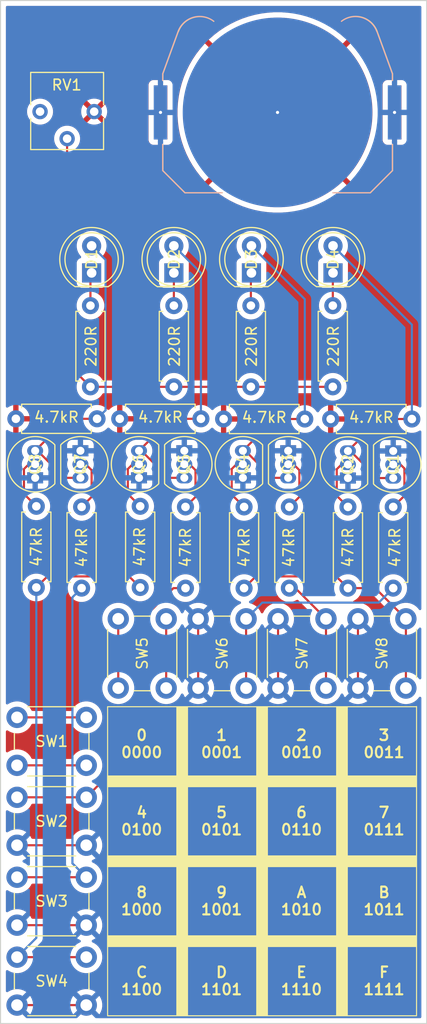
<source format=kicad_pcb>
(kicad_pcb (version 20241229) (generator "pcbnew") (generator_version "9.0")
  (layers (0 "F.Cu" signal) (2 "B.Cu" signal) (13 "F.Paste" user) (15 "B.Paste" user) (5 "F.SilkS" user "F.Silkscreen") (7 "B.SilkS" user "B.Silkscreen") (1 "F.Mask" user) (3 "B.Mask" user) (25 "Edge.Cuts" user))
  (net 0 "")
  (net 1 "GND")
  (net 2 "O1")
  (net 3 "O2")
  (net 4 "O4")
  (net 5 "Net-(D1-K)")
  (net 6 "Net-(Q1-B)")
  (net 7 "Net-(D2-K)")
  (net 8 "C2")
  (net 9 "Net-(D3-K)")
  (net 10 "O3")
  (net 11 "C3")
  (net 12 "C4")
  (net 13 "R2")
  (net 14 "R3")
  (net 15 "R4")
  (net 16 "Net-(D4-K)")
  (net 17 "Net-(Q2-B)")
  (net 18 "Net-(Q3-B)")
  (net 19 "Net-(Q4-B)")
  (net 20 "Net-(Q5-B)")
  (net 21 "Net-(Q6-B)")
  (net 22 "Net-(Q7-B)")
  (net 23 "Net-(Q8-B)")
  (net 24 "Net-(R12-Pad1)")
  (net 25 "unconnected-(SW1-Pad2)")
  (net 26 "unconnected-(SW1-Pad1)")
  (net 27 "unconnected-(SW5-Pad1)")
  (net 28 "unconnected-(SW5-Pad2)")
  (net 29 "VCC")
  (footprint "Resistor_THT:R_Axial_DIN0207_L6.3mm_D2.5mm_P7.62mm_Horizontal" (layer "F.Cu") (at 48.11 80.1275 90)
    (property "Reference" "R5" (hide yes))
    (property "Value" "47kR" (at 3.81 0 90) (layer "F.SilkS"))
    (fp_line (start 7.08 -1.37) (end 7.08 -1.04) (stroke (width 0.12)) (layer "F.SilkS"))
    (fp_line (start 0.54 -1.37) (end 7.08 -1.37) (stroke (width 0.12)) (layer "F.SilkS"))
    (fp_line (start 0.54 -1.04) (end 0.54 -1.37) (stroke (width 0.12)) (layer "F.SilkS"))
    (fp_line (start 0.54 1.04) (end 0.54 1.37) (stroke (width 0.12)) (layer "F.SilkS"))
    (fp_line (start 7.08 1.37) (end 7.08 1.04) (stroke (width 0.12)) (layer "F.SilkS"))
    (fp_line (start 0.54 1.37) (end 7.08 1.37) (stroke (width 0.12)) (layer "F.SilkS"))
    (pad "1" thru_hole circle (at 0 0 90) (size 1.6 1.6) (drill 0.8) (layers "*.Cu" "*.Mask") (net 12 "C4"))
    (pad "2" thru_hole oval (at 7.62 0 90) (size 1.6 1.6) (drill 0.8) (layers "*.Cu" "*.Mask") (net 19 "Net-(Q4-B)"))
  )
  (footprint "Package_TO_SOT_THT:TO-92_Inline" (layer "F.Cu") (at 38.25 69.7775 90)
    (property "Reference" "Q6" (at 1.27 0 90) (layer "F.SilkS"))
    (property "Value" "BC337" (hide yes))
    (fp_line (start -0.53 1.85) (end 3.07 1.85) (stroke (width 0.12)) (layer "F.SilkS"))
    (fp_arc (start 1.27 -2.6) (mid 3.672087 -0.994977) (end 3.108478 1.838478) (stroke (width 0.12)) (layer "F.SilkS"))
    (fp_arc (start -0.568478 1.838478) (mid -1.132087 -0.994977) (end 1.27 -2.6) (stroke (width 0.12)) (layer "F.SilkS"))
    (pad "1" thru_hole rect (at 0 0 90) (size 1.05 1.5) (drill 0.75) (layers "*.Cu" "*.Mask") (net 29 "VCC"))
    (pad "2" thru_hole oval (at 1.27 0 90) (size 1.05 1.5) (drill 0.75) (layers "*.Cu" "*.Mask") (net 21 "Net-(Q6-B)"))
    (pad "3" thru_hole oval (at 2.54 0 90) (size 1.05 1.5) (drill 0.75) (layers "*.Cu" "*.Mask") (net 3 "O2"))
  )
  (footprint "Package_TO_SOT_THT:TO-92_Inline" (layer "F.Cu") (at 28.5 69.7775 90)
    (property "Reference" "Q8" (at 1.27 0 90) (layer "F.SilkS"))
    (property "Value" "BC337" (hide yes))
    (fp_line (start -0.53 1.85) (end 3.07 1.85) (stroke (width 0.12)) (layer "F.SilkS"))
    (fp_arc (start 1.27 -2.6) (mid 3.672087 -0.994977) (end 3.108478 1.838478) (stroke (width 0.12)) (layer "F.SilkS"))
    (fp_arc (start -0.568478 1.838478) (mid -1.132087 -0.994977) (end 1.27 -2.6) (stroke (width 0.12)) (layer "F.SilkS"))
    (pad "1" thru_hole rect (at 0 0 90) (size 1.05 1.5) (drill 0.75) (layers "*.Cu" "*.Mask") (net 29 "VCC"))
    (pad "2" thru_hole oval (at 1.27 0 90) (size 1.05 1.5) (drill 0.75) (layers "*.Cu" "*.Mask") (net 23 "Net-(Q8-B)"))
    (pad "3" thru_hole oval (at 2.54 0 90) (size 1.05 1.5) (drill 0.75) (layers "*.Cu" "*.Mask") (net 2 "O1"))
  )
  (footprint "Button_Switch_THT:SW_PUSH_6mm" (layer "F.Cu") (at 26.8 92.2575)
    (property "Reference" "SW1" (at 3.25 2.25 0) (layer "F.SilkS"))
    (property "Value" "SW_Push" (hide yes))
    (fp_line (start -0.25 1.5) (end -0.25 3) (stroke (width 0.12)) (layer "F.SilkS"))
    (fp_line (start 1 5.5) (end 5.5 5.5) (stroke (width 0.12)) (layer "F.SilkS"))
    (fp_line (start 5.5 -1) (end 1 -1) (stroke (width 0.12)) (layer "F.SilkS"))
    (fp_line (start 6.75 3) (end 6.75 1.5) (stroke (width 0.12)) (layer "F.SilkS"))
    (pad "1" thru_hole circle (at 0 0 90) (size 2 2) (drill 1.1) (layers "*.Cu" "*.Mask") (net 26 "unconnected-(SW1-Pad1)"))
    (pad "1" thru_hole circle (at 6.5 0 90) (size 2 2) (drill 1.1) (layers "*.Cu" "*.Mask") (net 26 "unconnected-(SW1-Pad1)"))
    (pad "2" thru_hole circle (at 0 4.5 90) (size 2 2) (drill 1.1) (layers "*.Cu" "*.Mask") (net 25 "unconnected-(SW1-Pad2)"))
    (pad "2" thru_hole circle (at 6.5 4.5 90) (size 2 2) (drill 1.1) (layers "*.Cu" "*.Mask") (net 25 "unconnected-(SW1-Pad2)"))
  )
  (footprint "Potentiometer_THT:Potentiometer_Vishay_T73YP_Vertical" (layer "F.Cu") (at 28.96 35.4125 -90)
    (property "Reference" "RV1" (at -2.5 -2.5 0) (layer "F.SilkS"))
    (property "Value" "R_Potentiometer" (hide yes))
    (fp_line (start -3.68 0.88) (end -0.65 0.88) (stroke (width 0.12)) (layer "F.SilkS"))
    (fp_line (start 0.65 0.88) (end 3.56 0.88) (stroke (width 0.12)) (layer "F.SilkS"))
    (fp_line (start -3.68 -5.96) (end -3.68 0.88) (stroke (width 0.12)) (layer "F.SilkS"))
    (fp_line (start -3.68 -5.96) (end -0.65 -5.96) (stroke (width 0.12)) (layer "F.SilkS"))
    (fp_line (start 0.65 -5.96) (end 3.56 -5.96) (stroke (width 0.12)) (layer "F.SilkS"))
    (fp_line (start 3.56 -5.96) (end 3.56 0.88) (stroke (width 0.12)) (layer "F.SilkS"))
    (pad "1" thru_hole circle (at 0 0 270) (size 1.44 1.44) (drill 0.8) (layers "*.Cu" "*.Mask"))
    (pad "2" thru_hole circle (at 2.54 -2.54 270) (size 1.44 1.44) (drill 0.8) (layers "*.Cu" "*.Mask") (net 24 "Net-(R12-Pad1)"))
    (pad "3" thru_hole circle (at 0 -5.08 270) (size 1.44 1.44) (drill 0.8) (layers "*.Cu" "*.Mask") (net 1 "GND"))
  )
  (footprint "Button_Switch_THT:SW_PUSH_6mm" (layer "F.Cu") (at 51.3 89.5075 90)
    (property "Reference" "SW7" (at 3.25 2.25 90) (layer "F.SilkS"))
    (property "Value" "SW_Push" (hide yes))
    (fp_line (start 5.5 -1) (end 1 -1) (stroke (width 0.12)) (layer "F.SilkS"))
    (fp_line (start -0.25 1.5) (end -0.25 3) (stroke (width 0.12)) (layer "F.SilkS"))
    (fp_line (start 6.75 3) (end 6.75 1.5) (stroke (width 0.12)) (layer "F.SilkS"))
    (fp_line (start 1 5.5) (end 5.5 5.5) (stroke (width 0.12)) (layer "F.SilkS"))
    (pad "1" thru_hole circle (at 0 0 180) (size 2 2) (drill 1.1) (layers "*.Cu" "*.Mask") (net 29 "VCC"))
    (pad "1" thru_hole circle (at 6.5 0 180) (size 2 2) (drill 1.1) (layers "*.Cu" "*.Mask") (net 29 "VCC"))
    (pad "2" thru_hole circle (at 0 4.5 180) (size 2 2) (drill 1.1) (layers "*.Cu" "*.Mask") (net 11 "C3"))
    (pad "2" thru_hole circle (at 6.5 4.5 180) (size 2 2) (drill 1.1) (layers "*.Cu" "*.Mask") (net 11 "C3"))
  )
  (footprint "LED_THT:LED_D5.0mm" (layer "F.Cu") (at 48.8 50.5475 90)
    (property "Reference" "D3" (at 1.27 0 90) (layer "F.SilkS"))
    (property "Value" "LED" (hide yes))
    (fp_line (start -1.29 -1.545) (end -1.29 1.545) (stroke (width 0.12)) (layer "F.SilkS"))
    (fp_arc (start -1.29 -1.54483) (mid 2.071756 -2.880501) (end 4.26 -0.000048) (stroke (width 0.12)) (layer "F.SilkS"))
    (fp_arc (start 4.26 0.000048) (mid 2.071756 2.880501) (end -1.29 1.54483) (stroke (width 0.12)) (layer "F.SilkS"))
    (fp_circle (center 1.27 0) (end 3.77 0) (stroke (width 0.12)) (fill no) (layer "F.SilkS"))
    (pad "1" thru_hole rect (at 0 0 90) (size 1.8 1.8) (drill 0.9) (layers "*.Cu" "*.Mask") (net 9 "Net-(D3-K)"))
    (pad "2" thru_hole circle (at 2.54 0 90) (size 1.8 1.8) (drill 0.9) (layers "*.Cu" "*.Mask") (net 10 "O3"))
  )
  (footprint "Button_Switch_THT:SW_PUSH_6mm" (layer "F.Cu") (at 43.8 89.5075 90)
    (property "Reference" "SW6" (at 3.25 2.25 90) (layer "F.SilkS"))
    (property "Value" "SW_Push" (hide yes))
    (fp_line (start 5.5 -1) (end 1 -1) (stroke (width 0.12)) (layer "F.SilkS"))
    (fp_line (start -0.25 1.5) (end -0.25 3) (stroke (width 0.12)) (layer "F.SilkS"))
    (fp_line (start 6.75 3) (end 6.75 1.5) (stroke (width 0.12)) (layer "F.SilkS"))
    (fp_line (start 1 5.5) (end 5.5 5.5) (stroke (width 0.12)) (layer "F.SilkS"))
    (pad "1" thru_hole circle (at 0 0 180) (size 2 2) (drill 1.1) (layers "*.Cu" "*.Mask") (net 29 "VCC"))
    (pad "1" thru_hole circle (at 6.5 0 180) (size 2 2) (drill 1.1) (layers "*.Cu" "*.Mask") (net 29 "VCC"))
    (pad "2" thru_hole circle (at 0 4.5 180) (size 2 2) (drill 1.1) (layers "*.Cu" "*.Mask") (net 8 "C2"))
    (pad "2" thru_hole circle (at 6.5 4.5 180) (size 2 2) (drill 1.1) (layers "*.Cu" "*.Mask") (net 8 "C2"))
  )
  (footprint "Resistor_THT:R_Axial_DIN0207_L6.3mm_D2.5mm_P7.62mm_Horizontal" (layer "F.Cu") (at 56.44 61.2375 90)
    (property "Reference" "R15" (hide yes))
    (property "Value" "220R" (at 3.81 0.05 90) (layer "F.SilkS"))
    (fp_line (start 7.08 -1.37) (end 7.08 -1.04) (stroke (width 0.12)) (layer "F.SilkS"))
    (fp_line (start 0.54 -1.37) (end 7.08 -1.37) (stroke (width 0.12)) (layer "F.SilkS"))
    (fp_line (start 0.54 -1.04) (end 0.54 -1.37) (stroke (width 0.12)) (layer "F.SilkS"))
    (fp_line (start 0.54 1.04) (end 0.54 1.37) (stroke (width 0.12)) (layer "F.SilkS"))
    (fp_line (start 7.08 1.37) (end 7.08 1.04) (stroke (width 0.12)) (layer "F.SilkS"))
    (fp_line (start 0.54 1.37) (end 7.08 1.37) (stroke (width 0.12)) (layer "F.SilkS"))
    (pad "1" thru_hole circle (at 0 0 90) (size 1.6 1.6) (drill 0.8) (layers "*.Cu" "*.Mask") (net 24 "Net-(R12-Pad1)"))
    (pad "2" thru_hole oval (at 7.62 0 90) (size 1.6 1.6) (drill 0.8) (layers "*.Cu" "*.Mask") (net 16 "Net-(D4-K)"))
  )
  (footprint "Resistor_THT:R_Axial_DIN0207_L6.3mm_D2.5mm_P7.62mm_Horizontal" (layer "F.Cu") (at 28.61 80.0675 90)
    (property "Reference" "R11" (hide yes))
    (property "Value" "47kR" (at 3.81 0 90) (layer "F.SilkS"))
    (fp_line (start 7.08 -1.37) (end 7.08 -1.04) (stroke (width 0.12)) (layer "F.SilkS"))
    (fp_line (start 0.54 -1.37) (end 7.08 -1.37) (stroke (width 0.12)) (layer "F.SilkS"))
    (fp_line (start 0.54 -1.04) (end 0.54 -1.37) (stroke (width 0.12)) (layer "F.SilkS"))
    (fp_line (start 0.54 1.04) (end 0.54 1.37) (stroke (width 0.12)) (layer "F.SilkS"))
    (fp_line (start 7.08 1.37) (end 7.08 1.04) (stroke (width 0.12)) (layer "F.SilkS"))
    (fp_line (start 0.54 1.37) (end 7.08 1.37) (stroke (width 0.12)) (layer "F.SilkS"))
    (pad "1" thru_hole circle (at 0 0 90) (size 1.6 1.6) (drill 0.8) (layers "*.Cu" "*.Mask") (net 15 "R4"))
    (pad "2" thru_hole oval (at 7.62 0 90) (size 1.6 1.6) (drill 0.8) (layers "*.Cu" "*.Mask") (net 23 "Net-(Q8-B)"))
  )
  (footprint "Resistor_THT:R_Axial_DIN0207_L6.3mm_D2.5mm_P7.62mm_Horizontal" (layer "F.Cu") (at 63.86 64.2575 180)
    (property "Reference" "R3" (hide yes))
    (property "Value" "4.7kR" (at 3.81 0.15 0) (layer "F.SilkS"))
    (fp_line (start 7.08 1.37) (end 7.08 1.04) (stroke (width 0.12)) (layer "F.SilkS"))
    (fp_line (start 7.08 -1.37) (end 7.08 -1.04) (stroke (width 0.12)) (layer "F.SilkS"))
    (fp_line (start 0.54 1.37) (end 7.08 1.37) (stroke (width 0.12)) (layer "F.SilkS"))
    (fp_line (start 0.54 1.04) (end 0.54 1.37) (stroke (width 0.12)) (layer "F.SilkS"))
    (fp_line (start 0.54 -1.04) (end 0.54 -1.37) (stroke (width 0.12)) (layer "F.SilkS"))
    (fp_line (start 0.54 -1.37) (end 7.08 -1.37) (stroke (width 0.12)) (layer "F.SilkS"))
    (pad "1" thru_hole circle (at 0 0 180) (size 1.6 1.6) (drill 0.8) (layers "*.Cu" "*.Mask") (net 4 "O4"))
    (pad "2" thru_hole oval (at 7.62 0 180) (size 1.6 1.6) (drill 0.8) (layers "*.Cu" "*.Mask") (net 1 "GND"))
  )
  (footprint "Resistor_THT:R_Axial_DIN0207_L6.3mm_D2.5mm_P7.62mm_Horizontal" (layer "F.Cu") (at 33.69 61.2375 90)
    (property "Reference" "R12" (hide yes))
    (property "Value" "220R" (at 3.81 0.05 90) (layer "F.SilkS"))
    (fp_line (start 7.08 -1.37) (end 7.08 -1.04) (stroke (width 0.12)) (layer "F.SilkS"))
    (fp_line (start 0.54 -1.37) (end 7.08 -1.37) (stroke (width 0.12)) (layer "F.SilkS"))
    (fp_line (start 0.54 -1.04) (end 0.54 -1.37) (stroke (width 0.12)) (layer "F.SilkS"))
    (fp_line (start 0.54 1.04) (end 0.54 1.37) (stroke (width 0.12)) (layer "F.SilkS"))
    (fp_line (start 7.08 1.37) (end 7.08 1.04) (stroke (width 0.12)) (layer "F.SilkS"))
    (fp_line (start 0.54 1.37) (end 7.08 1.37) (stroke (width 0.12)) (layer "F.SilkS"))
    (pad "1" thru_hole circle (at 0 0 90) (size 1.6 1.6) (drill 0.8) (layers "*.Cu" "*.Mask") (net 24 "Net-(R12-Pad1)"))
    (pad "2" thru_hole oval (at 7.62 0 90) (size 1.6 1.6) (drill 0.8) (layers "*.Cu" "*.Mask") (net 5 "Net-(D1-K)"))
  )
  (footprint "Button_Switch_THT:SW_PUSH_6mm" (layer "F.Cu") (at 26.8 114.7575)
    (property "Reference" "SW4" (at 3.25 2.25 0) (layer "F.SilkS"))
    (property "Value" "SW_Push" (hide yes))
    (fp_line (start -0.25 1.5) (end -0.25 3) (stroke (width 0.12)) (layer "F.SilkS"))
    (fp_line (start 1 5.5) (end 5.5 5.5) (stroke (width 0.12)) (layer "F.SilkS"))
    (fp_line (start 5.5 -1) (end 1 -1) (stroke (width 0.12)) (layer "F.SilkS"))
    (fp_line (start 6.75 3) (end 6.75 1.5) (stroke (width 0.12)) (layer "F.SilkS"))
    (pad "1" thru_hole circle (at 0 0 90) (size 2 2) (drill 1.1) (layers "*.Cu" "*.Mask") (net 15 "R4"))
    (pad "1" thru_hole circle (at 6.5 0 90) (size 2 2) (drill 1.1) (layers "*.Cu" "*.Mask") (net 15 "R4"))
    (pad "2" thru_hole circle (at 0 4.5 90) (size 2 2) (drill 1.1) (layers "*.Cu" "*.Mask") (net 29 "VCC"))
    (pad "2" thru_hole circle (at 6.5 4.5 90) (size 2 2) (drill 1.1) (layers "*.Cu" "*.Mask") (net 29 "VCC"))
  )
  (footprint "LED_THT:LED_D5.0mm" (layer "F.Cu") (at 41.52 50.5475 90)
    (property "Reference" "D2" (at 1.27 0.03 90) (layer "F.SilkS"))
    (property "Value" "LED" (hide yes))
    (fp_line (start -1.29 -1.545) (end -1.29 1.545) (stroke (width 0.12)) (layer "F.SilkS"))
    (fp_arc (start -1.29 -1.54483) (mid 2.071756 -2.880501) (end 4.26 -0.000048) (stroke (width 0.12)) (layer "F.SilkS"))
    (fp_arc (start 4.26 0.000048) (mid 2.071756 2.880501) (end -1.29 1.54483) (stroke (width 0.12)) (layer "F.SilkS"))
    (fp_circle (center 1.27 0) (end 3.77 0) (stroke (width 0.12)) (fill no) (layer "F.SilkS"))
    (pad "1" thru_hole rect (at 0 0 90) (size 1.8 1.8) (drill 0.9) (layers "*.Cu" "*.Mask") (net 7 "Net-(D2-K)"))
    (pad "2" thru_hole circle (at 2.54 0 90) (size 1.8 1.8) (drill 0.9) (layers "*.Cu" "*.Mask") (net 3 "O2"))
  )
  (footprint "Package_TO_SOT_THT:TO-92_Inline" (layer "F.Cu") (at 48 69.7775 90)
    (property "Reference" "Q4" (at 1.27 0 90) (layer "F.SilkS"))
    (property "Value" "BC337" (hide yes))
    (fp_line (start -0.53 1.85) (end 3.07 1.85) (stroke (width 0.12)) (layer "F.SilkS"))
    (fp_arc (start 1.27 -2.6) (mid 3.672087 -0.994977) (end 3.108478 1.838478) (stroke (width 0.12)) (layer "F.SilkS"))
    (fp_arc (start -0.568478 1.838478) (mid -1.132087 -0.994977) (end 1.27 -2.6) (stroke (width 0.12)) (layer "F.SilkS"))
    (pad "1" thru_hole rect (at 0 0 90) (size 1.05 1.5) (drill 0.75) (layers "*.Cu" "*.Mask") (net 29 "VCC"))
    (pad "2" thru_hole oval (at 1.27 0 90) (size 1.05 1.5) (drill 0.75) (layers "*.Cu" "*.Mask") (net 19 "Net-(Q4-B)"))
    (pad "3" thru_hole oval (at 2.54 0 90) (size 1.05 1.5) (drill 0.75) (layers "*.Cu" "*.Mask") (net 10 "O3"))
  )
  (footprint "Resistor_THT:R_Axial_DIN0207_L6.3mm_D2.5mm_P7.62mm_Horizontal" (layer "F.Cu") (at 38.36 80.0675 90)
    (property "Reference" "R8" (hide yes))
    (property "Value" "47kR" (at 3.81 -0.05 90) (layer "F.SilkS"))
    (fp_line (start 7.08 -1.37) (end 7.08 -1.04) (stroke (width 0.12)) (layer "F.SilkS"))
    (fp_line (start 0.54 -1.37) (end 7.08 -1.37) (stroke (width 0.12)) (layer "F.SilkS"))
    (fp_line (start 0.54 -1.04) (end 0.54 -1.37) (stroke (width 0.12)) (layer "F.SilkS"))
    (fp_line (start 0.54 1.04) (end 0.54 1.37) (stroke (width 0.12)) (layer "F.SilkS"))
    (fp_line (start 7.08 1.37) (end 7.08 1.04) (stroke (width 0.12)) (layer "F.SilkS"))
    (fp_line (start 0.54 1.37) (end 7.08 1.37) (stroke (width 0.12)) (layer "F.SilkS"))
    (pad "1" thru_hole circle (at 0 0 90) (size 1.6 1.6) (drill 0.8) (layers "*.Cu" "*.Mask") (net 15 "R4"))
    (pad "2" thru_hole oval (at 7.62 0 90) (size 1.6 1.6) (drill 0.8) (layers "*.Cu" "*.Mask") (net 21 "Net-(Q6-B)"))
  )
  (footprint "Resistor_THT:R_Axial_DIN0207_L6.3mm_D2.5mm_P7.62mm_Horizontal" (layer "F.Cu") (at 32.86 80.1275 90)
    (property "Reference" "R10" (hide yes))
    (property "Value" "47kR" (at 3.81 0 90) (layer "F.SilkS"))
    (fp_line (start 7.08 -1.37) (end 7.08 -1.04) (stroke (width 0.12)) (layer "F.SilkS"))
    (fp_line (start 0.54 -1.37) (end 7.08 -1.37) (stroke (width 0.12)) (layer "F.SilkS"))
    (fp_line (start 0.54 -1.04) (end 0.54 -1.37) (stroke (width 0.12)) (layer "F.SilkS"))
    (fp_line (start 0.54 1.04) (end 0.54 1.37) (stroke (width 0.12)) (layer "F.SilkS"))
    (fp_line (start 7.08 1.37) (end 7.08 1.04) (stroke (width 0.12)) (layer "F.SilkS"))
    (fp_line (start 0.54 1.37) (end 7.08 1.37) (stroke (width 0.12)) (layer "F.SilkS"))
    (pad "1" thru_hole circle (at 0 0 90) (size 1.6 1.6) (drill 0.8) (layers "*.Cu" "*.Mask") (net 14 "R3"))
    (pad "2" thru_hole oval (at 7.62 0 90) (size 1.6 1.6) (drill 0.8) (layers "*.Cu" "*.Mask") (net 22 "Net-(Q7-B)"))
  )
  (footprint "Button_Switch_THT:SW_PUSH_6mm" (layer "F.Cu") (at 26.8 99.7575)
    (property "Reference" "SW2" (at 3.25 2.25 0) (layer "F.SilkS"))
    (property "Value" "SW_Push" (hide yes))
    (fp_line (start -0.25 1.5) (end -0.25 3) (stroke (width 0.12)) (layer "F.SilkS"))
    (fp_line (start 1 5.5) (end 5.5 5.5) (stroke (width 0.12)) (layer "F.SilkS"))
    (fp_line (start 5.5 -1) (end 1 -1) (stroke (width 0.12)) (layer "F.SilkS"))
    (fp_line (start 6.75 3) (end 6.75 1.5) (stroke (width 0.12)) (layer "F.SilkS"))
    (pad "1" thru_hole circle (at 0 0 90) (size 2 2) (drill 1.1) (layers "*.Cu" "*.Mask") (net 13 "R2"))
    (pad "1" thru_hole circle (at 6.5 0 90) (size 2 2) (drill 1.1) (layers "*.Cu" "*.Mask") (net 13 "R2"))
    (pad "2" thru_hole circle (at 0 4.5 90) (size 2 2) (drill 1.1) (layers "*.Cu" "*.Mask") (net 29 "VCC"))
    (pad "2" thru_hole circle (at 6.5 4.5 90) (size 2 2) (drill 1.1) (layers "*.Cu" "*.Mask") (net 29 "VCC"))
  )
  (footprint "Package_TO_SOT_THT:TO-92_Inline" (layer "F.Cu") (at 42.5 67.2375 -90)
    (property "Reference" "Q5" (at 1.27 0 90) (layer "F.SilkS"))
    (property "Value" "BC337" (hide yes))
    (fp_line (start -0.53 1.85) (end 3.07 1.85) (stroke (width 0.12)) (layer "F.SilkS"))
    (fp_arc (start -0.568478 1.838478) (mid -1.132087 -0.994977) (end 1.27 -2.6) (stroke (width 0.12)) (layer "F.SilkS"))
    (fp_arc (start 1.27 -2.6) (mid 3.672087 -0.994977) (end 3.108478 1.838478) (stroke (width 0.12)) (layer "F.SilkS"))
    (pad "1" thru_hole rect (at 0 0 270) (size 1.05 1.5) (drill 0.75) (layers "*.Cu" "*.Mask") (net 29 "VCC"))
    (pad "2" thru_hole oval (at 1.27 0 270) (size 1.05 1.5) (drill 0.75) (layers "*.Cu" "*.Mask") (net 20 "Net-(Q5-B)"))
    (pad "3" thru_hole oval (at 2.54 0 270) (size 1.05 1.5) (drill 0.75) (layers "*.Cu" "*.Mask") (net 3 "O2"))
  )
  (footprint "Button_Switch_THT:SW_PUSH_6mm" (layer "F.Cu") (at 36.3 89.5075 90)
    (property "Reference" "SW5" (at 3.25 2.25 90) (layer "F.SilkS"))
    (property "Value" "SW_Push" (hide yes))
    (fp_line (start 5.5 -1) (end 1 -1) (stroke (width 0.12)) (layer "F.SilkS"))
    (fp_line (start -0.25 1.5) (end -0.25 3) (stroke (width 0.12)) (layer "F.SilkS"))
    (fp_line (start 6.75 3) (end 6.75 1.5) (stroke (width 0.12)) (layer "F.SilkS"))
    (fp_line (start 1 5.5) (end 5.5 5.5) (stroke (width 0.12)) (layer "F.SilkS"))
    (pad "1" thru_hole circle (at 0 0 180) (size 2 2) (drill 1.1) (layers "*.Cu" "*.Mask") (net 27 "unconnected-(SW5-Pad1)"))
    (pad "1" thru_hole circle (at 6.5 0 180) (size 2 2) (drill 1.1) (layers "*.Cu" "*.Mask") (net 27 "unconnected-(SW5-Pad1)"))
    (pad "2" thru_hole circle (at 0 4.5 180) (size 2 2) (drill 1.1) (layers "*.Cu" "*.Mask") (net 28 "unconnected-(SW5-Pad2)"))
    (pad "2" thru_hole circle (at 6.5 4.5 180) (size 2 2) (drill 1.1) (layers "*.Cu" "*.Mask") (net 28 "unconnected-(SW5-Pad2)"))
  )
  (footprint "Package_TO_SOT_THT:TO-92_Inline" (layer "F.Cu") (at 32.75 67.2375 -90)
    (property "Reference" "Q7" (at 1.27 0 90) (layer "F.SilkS"))
    (property "Value" "BC337" (hide yes))
    (fp_line (start -0.53 1.85) (end 3.07 1.85) (stroke (width 0.12)) (layer "F.SilkS"))
    (fp_arc (start -0.568478 1.838478) (mid -1.132087 -0.994977) (end 1.27 -2.6) (stroke (width 0.12)) (layer "F.SilkS"))
    (fp_arc (start 1.27 -2.6) (mid 3.672087 -0.994977) (end 3.108478 1.838478) (stroke (width 0.12)) (layer "F.SilkS"))
    (pad "1" thru_hole rect (at 0 0 270) (size 1.05 1.5) (drill 0.75) (layers "*.Cu" "*.Mask") (net 29 "VCC"))
    (pad "2" thru_hole oval (at 1.27 0 270) (size 1.05 1.5) (drill 0.75) (layers "*.Cu" "*.Mask") (net 22 "Net-(Q7-B)"))
    (pad "3" thru_hole oval (at 2.54 0 270) (size 1.05 1.5) (drill 0.75) (layers "*.Cu" "*.Mask") (net 2 "O1"))
  )
  (footprint "Resistor_THT:R_Axial_DIN0207_L6.3mm_D2.5mm_P7.62mm_Horizontal" (layer "F.Cu") (at 52.36 80.1275 90)
    (property "Reference" "R4" (hide yes))
    (property "Value" "47kR" (at 3.81 -0.05 90) (layer "F.SilkS"))
    (fp_line (start 7.08 -1.37) (end 7.08 -1.04) (stroke (width 0.12)) (layer "F.SilkS"))
    (fp_line (start 0.54 -1.37) (end 7.08 -1.37) (stroke (width 0.12)) (layer "F.SilkS"))
    (fp_line (start 0.54 -1.04) (end 0.54 -1.37) (stroke (width 0.12)) (layer "F.SilkS"))
    (fp_line (start 0.54 1.04) (end 0.54 1.37) (stroke (width 0.12)) (layer "F.SilkS"))
    (fp_line (start 7.08 1.37) (end 7.08 1.04) (stroke (width 0.12)) (layer "F.SilkS"))
    (fp_line (start 0.54 1.37) (end 7.08 1.37) (stroke (width 0.12)) (layer "F.SilkS"))
    (pad "1" thru_hole circle (at 0 0 90) (size 1.6 1.6) (drill 0.8) (layers "*.Cu" "*.Mask") (net 11 "C3"))
    (pad "2" thru_hole oval (at 7.62 0 90) (size 1.6 1.6) (drill 0.8) (layers "*.Cu" "*.Mask") (net 18 "Net-(Q3-B)"))
  )
  (footprint "LED_THT:LED_D5.0mm" (layer "F.Cu") (at 33.8 50.5475 90)
    (property "Reference" "D1" (at 1.27 0 90) (layer "F.SilkS"))
    (property "Value" "LED" (hide yes))
    (fp_line (start -1.29 -1.545) (end -1.29 1.545) (stroke (width 0.12)) (layer "F.SilkS"))
    (fp_arc (start -1.29 -1.54483) (mid 2.071756 -2.880501) (end 4.26 -0.000048) (stroke (width 0.12)) (layer "F.SilkS"))
    (fp_arc (start 4.26 0.000048) (mid 2.071756 2.880501) (end -1.29 1.54483) (stroke (width 0.12)) (layer "F.SilkS"))
    (fp_circle (center 1.27 0) (end 3.77 0) (stroke (width 0.12)) (fill no) (layer "F.SilkS"))
    (pad "1" thru_hole rect (at 0 0 90) (size 1.8 1.8) (drill 0.9) (layers "*.Cu" "*.Mask") (net 5 "Net-(D1-K)"))
    (pad "2" thru_hole circle (at 2.54 0 90) (size 1.8 1.8) (drill 0.9) (layers "*.Cu" "*.Mask") (net 2 "O1"))
  )
  (footprint "Resistor_THT:R_Axial_DIN0207_L6.3mm_D2.5mm_P7.62mm_Horizontal" (layer "F.Cu") (at 42.61 80.1275 90)
    (property "Reference" "R7" (hide yes))
    (property "Value" "47kR" (at 3.81 0 90) (layer "F.SilkS"))
    (fp_line (start 7.08 -1.37) (end 7.08 -1.04) (stroke (width 0.12)) (layer "F.SilkS"))
    (fp_line (start 0.54 -1.37) (end 7.08 -1.37) (stroke (width 0.12)) (layer "F.SilkS"))
    (fp_line (start 0.54 -1.04) (end 0.54 -1.37) (stroke (width 0.12)) (layer "F.SilkS"))
    (fp_line (start 0.54 1.04) (end 0.54 1.37) (stroke (width 0.12)) (layer "F.SilkS"))
    (fp_line (start 7.08 1.37) (end 7.08 1.04) (stroke (width 0.12)) (layer "F.SilkS"))
    (fp_line (start 0.54 1.37) (end 7.08 1.37) (stroke (width 0.12)) (layer "F.SilkS"))
    (pad "1" thru_hole circle (at 0 0 90) (size 1.6 1.6) (drill 0.8) (layers "*.Cu" "*.Mask") (net 13 "R2"))
    (pad "2" thru_hole oval (at 7.62 0 90) (size 1.6 1.6) (drill 0.8) (layers "*.Cu" "*.Mask") (net 20 "Net-(Q5-B)"))
  )
  (footprint "Package_TO_SOT_THT:TO-92_Inline" (layer "F.Cu") (at 52.25 67.2375 -90)
    (property "Reference" "Q3" (at 1.27 0 90) (layer "F.SilkS"))
    (property "Value" "BC337" (hide yes))
    (fp_line (start -0.53 1.85) (end 3.07 1.85) (stroke (width 0.12)) (layer "F.SilkS"))
    (fp_arc (start -0.568478 1.838478) (mid -1.132087 -0.994977) (end 1.27 -2.6) (stroke (width 0.12)) (layer "F.SilkS"))
    (fp_arc (start 1.27 -2.6) (mid 3.672087 -0.994977) (end 3.108478 1.838478) (stroke (width 0.12)) (layer "F.SilkS"))
    (pad "1" thru_hole rect (at 0 0 270) (size 1.05 1.5) (drill 0.75) (layers "*.Cu" "*.Mask") (net 29 "VCC"))
    (pad "2" thru_hole oval (at 1.27 0 270) (size 1.05 1.5) (drill 0.75) (layers "*.Cu" "*.Mask") (net 18 "Net-(Q3-B)"))
    (pad "3" thru_hole oval (at 2.54 0 270) (size 1.05 1.5) (drill 0.75) (layers "*.Cu" "*.Mask") (net 10 "O3"))
  )
  (footprint "Battery:BatteryHolder_Keystone_3034_1x20mm" (layer "F.Cu") (at 51.265 35.4875 180)
    (property "Reference" "BT1" (hide yes))
    (property "Value" "Battery_Cell" (hide yes))
    (fp_line (start 10.78 3.63) (end 9.34 7.58) (stroke (width 0.12)) (layer "F.SilkS"))
    (fp_line (start 10.78 3) (end 10.78 3.63) (stroke (width 0.12)) (layer "F.SilkS"))
    (fp_line (start 10.78 -5.46) (end 10.78 -3) (stroke (width 0.12)) (layer "F.SilkS"))
    (fp_line (start 8.7 -7.54) (end 10.78 -5.46) (stroke (width 0.12)) (layer "F.SilkS"))
    (fp_line (start 8.7 -7.54) (end 5.2 -7.54) (stroke (width 0.12)) (layer "F.SilkS"))
    (fp_line (start -5.2 -7.54) (end -8.7 -7.54) (stroke (width 0.12)) (layer "F.SilkS"))
    (fp_line (start -8.7 -7.54) (end -10.78 -5.46) (stroke (width 0.12)) (layer "F.SilkS"))
    (fp_line (start -10.78 3.63) (end -9.34 7.58) (stroke (width 0.12)) (layer "F.SilkS"))
    (fp_line (start -10.78 3) (end -10.78 3.63) (stroke (width 0.12)) (layer "F.SilkS"))
    (fp_line (start -10.78 -5.46) (end -10.78 -3) (stroke (width 0.12)) (layer "F.SilkS"))
    (fp_arc (start 9.325243 7.588169) (mid 7.90634 8.911668) (end 6 8.55) (stroke (width 0.12)) (layer "F.SilkS"))
    (fp_arc (start -6.003354 8.56653) (mid -7.921654 8.918738) (end -9.34 7.58) (stroke (width 0.12)) (layer "F.SilkS"))
    (pad "1" smd rect (at -10.985 0 180) (size 1.27 5.08) (layers "F.Cu" "F.Mask" "F.Paste") (net 29 "VCC"))
    (pad "1" smd rect (at 10.985 0 180) (size 1.27 5.08) (layers "F.Cu" "F.Mask" "F.Paste") (net 29 "VCC"))
    (pad "2" smd circle (at 0 0 180) (size 17.8 17.8) (layers "F.Cu" "F.Mask") (net 1 "GND"))
  )
  (footprint "Resistor_THT:R_Axial_DIN0207_L6.3mm_D2.5mm_P7.62mm_Horizontal" (layer "F.Cu") (at 53.81 64.2575 180)
    (property "Reference" "R6" (hide yes))
    (property "Value" "4.7kR" (at 3.81 0.15 0) (layer "F.SilkS"))
    (fp_line (start 7.08 1.37) (end 7.08 1.04) (stroke (width 0.12)) (layer "F.SilkS"))
    (fp_line (start 7.08 -1.37) (end 7.08 -1.04) (stroke (width 0.12)) (layer "F.SilkS"))
    (fp_line (start 0.54 1.37) (end 7.08 1.37) (stroke (width 0.12)) (layer "F.SilkS"))
    (fp_line (start 0.54 1.04) (end 0.54 1.37) (stroke (width 0.12)) (layer "F.SilkS"))
    (fp_line (start 0.54 -1.04) (end 0.54 -1.37) (stroke (width 0.12)) (layer "F.SilkS"))
    (fp_line (start 0.54 -1.37) (end 7.08 -1.37) (stroke (width 0.12)) (layer "F.SilkS"))
    (pad "1" thru_hole circle (at 0 0 180) (size 1.6 1.6) (drill 0.8) (layers "*.Cu" "*.Mask") (net 10 "O3"))
    (pad "2" thru_hole oval (at 7.62 0 180) (size 1.6 1.6) (drill 0.8) (layers "*.Cu" "*.Mask") (net 1 "GND"))
  )
  (footprint "Resistor_THT:R_Axial_DIN0207_L6.3mm_D2.5mm_P7.62mm_Horizontal" (layer "F.Cu") (at 57.86 80.1275 90)
    (property "Reference" "R2" (hide yes))
    (property "Value" "47kR" (at 3.81 0 90) (layer "F.SilkS"))
    (fp_line (start 7.08 -1.37) (end 7.08 -1.04) (stroke (width 0.12)) (layer "F.SilkS"))
    (fp_line (start 0.54 -1.37) (end 7.08 -1.37) (stroke (width 0.12)) (layer "F.SilkS"))
    (fp_line (start 0.54 -1.04) (end 0.54 -1.37) (stroke (width 0.12)) (layer "F.SilkS"))
    (fp_line (start 0.54 1.04) (end 0.54 1.37) (stroke (width 0.12)) (layer "F.SilkS"))
    (fp_line (start 7.08 1.37) (end 7.08 1.04) (stroke (width 0.12)) (layer "F.SilkS"))
    (fp_line (start 0.54 1.37) (end 7.08 1.37) (stroke (width 0.12)) (layer "F.SilkS"))
    (pad "1" thru_hole circle (at 0 0 90) (size 1.6 1.6) (drill 0.8) (layers "*.Cu" "*.Mask") (net 12 "C4"))
    (pad "2" thru_hole oval (at 7.62 0 90) (size 1.6 1.6) (drill 0.8) (layers "*.Cu" "*.Mask") (net 17 "Net-(Q2-B)"))
  )
  (footprint "Resistor_THT:R_Axial_DIN0207_L6.3mm_D2.5mm_P7.62mm_Horizontal" (layer "F.Cu") (at 48.75 61.2375 90)
    (property "Reference" "R14" (hide yes))
    (property "Value" "220R" (at 3.81 0.05 90) (layer "F.SilkS"))
    (fp_line (start 7.08 -1.37) (end 7.08 -1.04) (stroke (width 0.12)) (layer "F.SilkS"))
    (fp_line (start 0.54 -1.37) (end 7.08 -1.37) (stroke (width 0.12)) (layer "F.SilkS"))
    (fp_line (start 0.54 -1.04) (end 0.54 -1.37) (stroke (width 0.12)) (layer "F.SilkS"))
    (fp_line (start 0.54 1.04) (end 0.54 1.37) (stroke (width 0.12)) (layer "F.SilkS"))
    (fp_line (start 7.08 1.37) (end 7.08 1.04) (stroke (width 0.12)) (layer "F.SilkS"))
    (fp_line (start 0.54 1.37) (end 7.08 1.37) (stroke (width 0.12)) (layer "F.SilkS"))
    (pad "1" thru_hole circle (at 0 0 90) (size 1.6 1.6) (drill 0.8) (layers "*.Cu" "*.Mask") (net 24 "Net-(R12-Pad1)"))
    (pad "2" thru_hole oval (at 7.62 0 90) (size 1.6 1.6) (drill 0.8) (layers "*.Cu" "*.Mask") (net 9 "Net-(D3-K)"))
  )
  (footprint "Resistor_THT:R_Axial_DIN0207_L6.3mm_D2.5mm_P7.62mm_Horizontal" (layer "F.Cu") (at 62.11 80.1275 90)
    (property "Reference" "R1" (hide yes))
    (property "Value" "47kR" (at 3.81 0.15 90) (layer "F.SilkS"))
    (fp_line (start 7.08 -1.37) (end 7.08 -1.04) (stroke (width 0.12)) (layer "F.SilkS"))
    (fp_line (start 0.54 -1.37) (end 7.08 -1.37) (stroke (width 0.12)) (layer "F.SilkS"))
    (fp_line (start 0.54 -1.04) (end 0.54 -1.37) (stroke (width 0.12)) (layer "F.SilkS"))
    (fp_line (start 0.54 1.04) (end 0.54 1.37) (stroke (width 0.12)) (layer "F.SilkS"))
    (fp_line (start 7.08 1.37) (end 7.08 1.04) (stroke (width 0.12)) (layer "F.SilkS"))
    (fp_line (start 0.54 1.37) (end 7.08 1.37) (stroke (width 0.12)) (layer "F.SilkS"))
    (pad "1" thru_hole circle (at 0 0 90) (size 1.6 1.6) (drill 0.8) (layers "*.Cu" "*.Mask") (net 8 "C2"))
    (pad "2" thru_hole oval (at 7.62 0 90) (size 1.6 1.6) (drill 0.8) (layers "*.Cu" "*.Mask") (net 6 "Net-(Q1-B)"))
  )
  (footprint "Package_TO_SOT_THT:TO-92_Inline" (layer "F.Cu") (at 62.11 67.2575 -90)
    (property "Reference" "Q1" (at 1.27 0 90) (layer "F.SilkS"))
    (property "Value" "BC337" (hide yes))
    (fp_line (start -0.53 1.85) (end 3.07 1.85) (stroke (width 0.12)) (layer "F.SilkS"))
    (fp_arc (start -0.568478 1.838478) (mid -1.132087 -0.994977) (end 1.27 -2.6) (stroke (width 0.12)) (layer "F.SilkS"))
    (fp_arc (start 1.27 -2.6) (mid 3.672087 -0.994977) (end 3.108478 1.838478) (stroke (width 0.12)) (layer "F.SilkS"))
    (pad "1" thru_hole rect (at 0 0 270) (size 1.05 1.5) (drill 0.75) (layers "*.Cu" "*.Mask") (net 29 "VCC"))
    (pad "2" thru_hole oval (at 1.27 0 270) (size 1.05 1.5) (drill 0.75) (layers "*.Cu" "*.Mask") (net 6 "Net-(Q1-B)"))
    (pad "3" thru_hole oval (at 2.54 0 270) (size 1.05 1.5) (drill 0.75) (layers "*.Cu" "*.Mask") (net 4 "O4"))
  )
  (footprint "Resistor_THT:R_Axial_DIN0207_L6.3mm_D2.5mm_P7.62mm_Horizontal" (layer "F.Cu") (at 44.06 64.2375 180)
    (property "Reference" "R9" (hide yes))
    (property "Value" "4.7kR" (at 3.81 0.15 0) (layer "F.SilkS"))
    (fp_line (start 7.08 1.37) (end 7.08 1.04) (stroke (width 0.12)) (layer "F.SilkS"))
    (fp_line (start 7.08 -1.37) (end 7.08 -1.04) (stroke (width 0.12)) (layer "F.SilkS"))
    (fp_line (start 0.54 1.37) (end 7.08 1.37) (stroke (width 0.12)) (layer "F.SilkS"))
    (fp_line (start 0.54 1.04) (end 0.54 1.37) (stroke (width 0.12)) (layer "F.SilkS"))
    (fp_line (start 0.54 -1.04) (end 0.54 -1.37) (stroke (width 0.12)) (layer "F.SilkS"))
    (fp_line (start 0.54 -1.37) (end 7.08 -1.37) (stroke (width 0.12)) (layer "F.SilkS"))
    (pad "1" thru_hole circle (at 0 0 180) (size 1.6 1.6) (drill 0.8) (layers "*.Cu" "*.Mask") (net 3 "O2"))
    (pad "2" thru_hole oval (at 7.62 0 180) (size 1.6 1.6) (drill 0.8) (layers "*.Cu" "*.Mask") (net 1 "GND"))
  )
  (footprint "Resistor_THT:R_Axial_DIN0207_L6.3mm_D2.5mm_P7.62mm_Horizontal" (layer "F.Cu") (at 34.31 64.2375 180)
    (property "Reference" "R16" (hide yes))
    (property "Value" "4.7kR" (at 3.81 0.15 0) (layer "F.SilkS"))
    (fp_line (start 7.08 1.37) (end 7.08 1.04) (stroke (width 0.12)) (layer "F.SilkS"))
    (fp_line (start 7.08 -1.37) (end 7.08 -1.04) (stroke (width 0.12)) (layer "F.SilkS"))
    (fp_line (start 0.54 1.37) (end 7.08 1.37) (stroke (width 0.12)) (layer "F.SilkS"))
    (fp_line (start 0.54 1.04) (end 0.54 1.37) (stroke (width 0.12)) (layer "F.SilkS"))
    (fp_line (start 0.54 -1.04) (end 0.54 -1.37) (stroke (width 0.12)) (layer "F.SilkS"))
    (fp_line (start 0.54 -1.37) (end 7.08 -1.37) (stroke (width 0.12)) (layer "F.SilkS"))
    (pad "1" thru_hole circle (at 0 0 180) (size 1.6 1.6) (drill 0.8) (layers "*.Cu" "*.Mask") (net 2 "O1"))
    (pad "2" thru_hole oval (at 7.62 0 180) (size 1.6 1.6) (drill 0.8) (layers "*.Cu" "*.Mask") (net 1 "GND"))
  )
  (footprint "Resistor_THT:R_Axial_DIN0207_L6.3mm_D2.5mm_P7.62mm_Horizontal" (layer "F.Cu") (at 41.52 61.2375 90)
    (property "Reference" "R13" (hide yes))
    (property "Value" "220R" (at 3.81 0.05 90) (layer "F.SilkS"))
    (fp_line (start 7.08 -1.37) (end 7.08 -1.04) (stroke (width 0.12)) (layer "F.SilkS"))
    (fp_line (start 0.54 -1.37) (end 7.08 -1.37) (stroke (width 0.12)) (layer "F.SilkS"))
    (fp_line (start 0.54 -1.04) (end 0.54 -1.37) (stroke (width 0.12)) (layer "F.SilkS"))
    (fp_line (start 0.54 1.04) (end 0.54 1.37) (stroke (width 0.12)) (layer "F.SilkS"))
    (fp_line (start 7.08 1.37) (end 7.08 1.04) (stroke (width 0.12)) (layer "F.SilkS"))
    (fp_line (start 0.54 1.37) (end 7.08 1.37) (stroke (width 0.12)) (layer "F.SilkS"))
    (pad "1" thru_hole circle (at 0 0 90) (size 1.6 1.6) (drill 0.8) (layers "*.Cu" "*.Mask") (net 24 "Net-(R12-Pad1)"))
    (pad "2" thru_hole oval (at 7.62 0 90) (size 1.6 1.6) (drill 0.8) (layers "*.Cu" "*.Mask") (net 7 "Net-(D2-K)"))
  )
  (footprint "Button_Switch_THT:SW_PUSH_6mm" (layer "F.Cu") (at 58.8 89.5075 90)
    (property "Reference" "SW8" (at 3.25 2.25 90) (layer "F.SilkS"))
    (property "Value" "SW_Push" (hide yes))
    (fp_line (start 5.5 -1) (end 1 -1) (stroke (width 0.12)) (layer "F.SilkS"))
    (fp_line (start -0.25 1.5) (end -0.25 3) (stroke (width 0.12)) (layer "F.SilkS"))
    (fp_line (start 6.75 3) (end 6.75 1.5) (stroke (width 0.12)) (layer "F.SilkS"))
    (fp_line (start 1 5.5) (end 5.5 5.5) (stroke (width 0.12)) (layer "F.SilkS"))
    (pad "1" thru_hole circle (at 0 0 180) (size 2 2) (drill 1.1) (layers "*.Cu" "*.Mask") (net 29 "VCC"))
    (pad "1" thru_hole circle (at 6.5 0 180) (size 2 2) (drill 1.1) (layers "*.Cu" "*.Mask") (net 29 "VCC"))
    (pad "2" thru_hole circle (at 0 4.5 180) (size 2 2) (drill 1.1) (layers "*.Cu" "*.Mask") (net 12 "C4"))
    (pad "2" thru_hole circle (at 6.5 4.5 180) (size 2 2) (drill 1.1) (layers "*.Cu" "*.Mask") (net 12 "C4"))
  )
  (footprint "Button_Switch_THT:SW_PUSH_6mm" (layer "F.Cu") (at 26.8 107.2575)
    (property "Reference" "SW3" (at 3.25 2.25 0) (layer "F.SilkS"))
    (property "Value" "SW_Push" (hide yes))
    (fp_line (start -0.25 1.5) (end -0.25 3) (stroke (width 0.12)) (layer "F.SilkS"))
    (fp_line (start 1 5.5) (end 5.5 5.5) (stroke (width 0.12)) (layer "F.SilkS"))
    (fp_line (start 5.5 -1) (end 1 -1) (stroke (width 0.12)) (layer "F.SilkS"))
    (fp_line (start 6.75 3) (end 6.75 1.5) (stroke (width 0.12)) (layer "F.SilkS"))
    (pad "1" thru_hole circle (at 0 0 90) (size 2 2) (drill 1.1) (layers "*.Cu" "*.Mask") (net 14 "R3"))
    (pad "1" thru_hole circle (at 6.5 0 90) (size 2 2) (drill 1.1) (layers "*.Cu" "*.Mask") (net 14 "R3"))
    (pad "2" thru_hole circle (at 0 4.5 90) (size 2 2) (drill 1.1) (layers "*.Cu" "*.Mask") (net 29 "VCC"))
    (pad "2" thru_hole circle (at 6.5 4.5 90) (size 2 2) (drill 1.1) (layers "*.Cu" "*.Mask") (net 29 "VCC"))
  )
  (footprint "Package_TO_SOT_THT:TO-92_Inline" (layer "F.Cu") (at 57.86 69.7975 90)
    (property "Reference" "Q2" (at 1.27 0 90) (layer "F.SilkS"))
    (property "Value" "BC337" (hide yes))
    (fp_line (start -0.53 1.85) (end 3.07 1.85) (stroke (width 0.12)) (layer "F.SilkS"))
    (fp_arc (start 1.27 -2.6) (mid 3.672087 -0.994977) (end 3.108478 1.838478) (stroke (width 0.12)) (layer "F.SilkS"))
    (fp_arc (start -0.568478 1.838478) (mid -1.132087 -0.994977) (end 1.27 -2.6) (stroke (width 0.12)) (layer "F.SilkS"))
    (pad "1" thru_hole rect (at 0 0 90) (size 1.05 1.5) (drill 0.75) (layers "*.Cu" "*.Mask") (net 29 "VCC"))
    (pad "2" thru_hole oval (at 1.27 0 90) (size 1.05 1.5) (drill 0.75) (layers "*.Cu" "*.Mask") (net 17 "Net-(Q2-B)"))
    (pad "3" thru_hole oval (at 2.54 0 90) (size 1.05 1.5) (drill 0.75) (layers "*.Cu" "*.Mask") (net 4 "O4"))
  )
  (footprint "LED_THT:LED_D5.0mm" (layer "F.Cu") (at 56.46 50.5475 90)
    (property "Reference" "D4" (at 1.27 0 90) (layer "F.SilkS"))
    (property "Value" "LED" (hide yes))
    (fp_line (start -1.29 -1.545) (end -1.29 1.545) (stroke (width 0.12)) (layer "F.SilkS"))
    (fp_arc (start -1.29 -1.54483) (mid 2.071756 -2.880501) (end 4.26 -0.000048) (stroke (width 0.12)) (layer "F.SilkS"))
    (fp_arc (start 4.26 0.000048) (mid 2.071756 2.880501) (end -1.29 1.54483) (stroke (width 0.12)) (layer "F.SilkS"))
    (fp_circle (center 1.27 0) (end 3.77 0) (stroke (width 0.12)) (fill no) (layer "F.SilkS"))
    (pad "1" thru_hole rect (at 0 0 90) (size 1.8 1.8) (drill 0.9) (layers "*.Cu" "*.Mask") (net 16 "Net-(D4-K)"))
    (pad "2" thru_hole circle (at 2.54 0 90) (size 1.8 1.8) (drill 0.9) (layers "*.Cu" "*.Mask") (net 4 "O4"))
  )
  (footprint "Battery:BatteryHolder_Keystone_3034_1x20mm" (layer "B.Cu") (at 51.25 35.4875)
    (property "Reference" "BT2" (hide yes))
    (property "Value" "Battery_Cell" (hide yes))
    (fp_line (start -10.78 -3.63) (end -9.34 -7.58) (stroke (width 0.12)) (layer "B.SilkS"))
    (fp_line (start -10.78 -3) (end -10.78 -3.63) (stroke (width 0.12)) (layer "B.SilkS"))
    (fp_line (start -10.78 5.46) (end -10.78 3) (stroke (width 0.12)) (layer "B.SilkS"))
    (fp_line (start -8.7 7.54) (end -10.78 5.46) (stroke (width 0.12)) (layer "B.SilkS"))
    (fp_line (start -5.2 7.54) (end -8.7 7.54) (stroke (width 0.12)) (layer "B.SilkS"))
    (fp_line (start 8.7 7.54) (end 5.2 7.54) (stroke (width 0.12)) (layer "B.SilkS"))
    (fp_line (start 8.7 7.54) (end 10.78 5.46) (stroke (width 0.12)) (layer "B.SilkS"))
    (fp_line (start 10.78 -3.63) (end 9.34 -7.58) (stroke (width 0.12)) (layer "B.SilkS"))
    (fp_line (start 10.78 -3) (end 10.78 -3.63) (stroke (width 0.12)) (layer "B.SilkS"))
    (fp_line (start 10.78 5.46) (end 10.78 3) (stroke (width 0.12)) (layer "B.SilkS"))
    (fp_arc (start -9.34 -7.58) (mid -7.921654 -8.918738) (end -6.003354 -8.56653) (stroke (width 0.12)) (layer "B.SilkS"))
    (fp_arc (start 6 -8.55) (mid 7.90634 -8.911669) (end 9.325243 -7.588169) (stroke (width 0.12)) (layer "B.SilkS"))
    (pad "1" smd rect (at -10.985 0) (size 1.27 5.08) (layers "B.Cu" "B.Mask" "B.Paste") (net 29 "VCC"))
    (pad "1" smd rect (at 10.985 0) (size 1.27 5.08) (layers "B.Cu" "B.Mask" "B.Paste") (net 29 "VCC"))
    (pad "2" smd circle (at 0 0) (size 17.8 17.8) (layers "B.Cu" "B.Mask") (net 1 "GND"))
  )
  (gr_rect (start 56.8 91.2575) (end 57.8 120.2375) (stroke (width 0.1)) (fill yes) (layer "F.SilkS"))
  (gr_rect (start 49.3 91.2575) (end 50.3 120.2375) (stroke (width 0.1)) (fill yes) (layer "F.SilkS"))
  (gr_line (start 35.3 91.2575) (end 64.3 91.2575) (stroke (width 0.1)) (layer "F.SilkS"))
  (gr_line (start 64.3 91.2375) (end 64.3 120.2375) (stroke (width 0.1)) (layer "F.SilkS"))
  (gr_line (start 35.3 91.2575) (end 35.3 120.2375) (stroke (width 0.1)) (layer "F.SilkS"))
  (gr_line (start 35.3 120.2575) (end 64.3 120.2575) (stroke (width 0.1)) (layer "F.SilkS"))
  (gr_rect (start 35.3 105.2575) (end 64.28 106.2575) (stroke (width 0.1)) (fill yes) (layer "F.SilkS"))
  (gr_rect (start 35.3 112.7575) (end 64.28 113.7575) (stroke (width 0.1)) (fill yes) (layer "F.SilkS"))
  (gr_rect (start 41.8 91.2575) (end 42.8 120.2375) (stroke (width 0.1)) (fill yes) (layer "F.SilkS"))
  (gr_rect (start 35.3 97.7575) (end 64.28 98.7575) (stroke (width 0.1)) (fill yes) (layer "F.SilkS"))
  (gr_rect (start 25.25 24.9875) (end 65.25 120.9875) (stroke (width 0.1)) (fill no) (layer "Edge.Cuts"))
  (gr_text "0\n0000" (at 38.5 94.7375 0) (layer "F.SilkS") (effects (font (size 1 1) (thickness 0.2) (bold yes))))
  (gr_text "5\n0101" (at 46 101.9875 0) (layer "F.SilkS") (effects (font (size 1 1) (thickness 0.2) (bold yes))))
  (gr_text "7\n0111" (at 61.25 101.9875 0) (layer "F.SilkS") (effects (font (size 1 1) (thickness 0.2) (bold yes))))
  (gr_text "4\n0100" (at 38.5 101.9875 0) (layer "F.SilkS") (effects (font (size 1 1) (thickness 0.2) (bold yes))))
  (gr_text "F\n1111" (at 61.25 116.9875 0) (layer "F.SilkS") (effects (font (size 1 1) (thickness 0.2) (bold yes))))
  (gr_text "C\n1100" (at 38.5 116.9875 0) (layer "F.SilkS") (effects (font (size 1 1) (thickness 0.2) (bold yes))))
  (gr_text "9\n1001" (at 46 109.4875 0) (layer "F.SilkS") (effects (font (size 1 1) (thickness 0.2) (bold yes))))
  (gr_text "6\n0110" (at 53.5 101.9875 0) (layer "F.SilkS") (effects (font (size 1 1) (thickness 0.2) (bold yes))))
  (gr_text "8\n1000" (at 38.5 109.4875 0) (layer "F.SilkS") (effects (font (size 1 1) (thickness 0.2) (bold yes))))
  (gr_text "1\n0001" (at 46 94.7375 0) (layer "F.SilkS") (effects (font (size 1 1) (thickness 0.2) (bold yes))))
  (gr_text "2\n0010" (at 53.5 94.7375 0) (layer "F.SilkS") (effects (font (size 1 1) (thickness 0.2) (bold yes))))
  (gr_text "D\n1101" (at 46 116.9875 0) (layer "F.SilkS") (effects (font (size 1 1) (thickness 0.2) (bold yes))))
  (gr_text "B\n1011" (at 61.25 109.4875 0) (layer "F.SilkS") (effects (font (size 1 1) (thickness 0.2) (bold yes))))
  (gr_text "3\n0011" (at 61.25 94.7375 0) (layer "F.SilkS") (effects (font (size 1 1) (thickness 0.2) (bold yes))))
  (gr_text "E\n1110" (at 53.5 116.9875 0) (layer "F.SilkS") (effects (font (size 1 1) (thickness 0.2) (bold yes))))
  (gr_text "A\n1010" (at 53.5 109.4875 0) (layer "F.SilkS") (effects (font (size 1 1) (thickness 0.2) (bold yes))))
  (via (at 51.25 35.4875) (size 0.6) (drill 0.3) (layers "F.Cu" "B.Cu") (net 1))
  (segment (start 31.5 64.2375) (end 34.31 64.2375) (width 0.2) (layer "F.Cu") (net 2))
  (segment (start 31.265 69.7775) (end 32.75 69.7775) (width 0.2) (layer "F.Cu") (net 2))
  (segment (start 28.725 67.2375) (end 31.265 69.7775) (width 0.2) (layer "F.Cu") (net 2))
  (segment (start 28.5 67.2375) (end 28.725 67.2375) (width 0.2) (layer "F.Cu") (net 2))
  (segment (start 28.5 67.2375) (end 31.5 64.2375) (width 0.2) (layer "F.Cu") (net 2))
  (segment (start 35.109999 63.437501) (end 34.31 64.2375) (width 0.2) (layer "B.Cu") (net 2))
  (segment (start 35.109999 49.317499) (end 35.109999 63.437501) (width 0.2) (layer "B.Cu") (net 2))
  (segment (start 33.8 48.0075) (end 35.109999 49.317499) (width 0.2) (layer "B.Cu") (net 2))
  (segment (start 38.25 67.2375) (end 41.25 64.2375) (width 0.2) (layer "F.Cu") (net 3))
  (segment (start 38.25 67.2375) (end 38.475 67.2375) (width 0.2) (layer "F.Cu") (net 3))
  (segment (start 41.25 64.2375) (end 44.06 64.2375) (width 0.2) (layer "F.Cu") (net 3))
  (segment (start 41.015 69.7775) (end 42.5 69.7775) (width 0.2) (layer "F.Cu") (net 3))
  (segment (start 38.475 67.2375) (end 41.015 69.7775) (width 0.2) (layer "F.Cu") (net 3))
  (segment (start 44.06 50.5475) (end 44.06 64.2375) (width 0.2) (layer "B.Cu") (net 3))
  (segment (start 41.52 48.0075) (end 44.06 50.5475) (width 0.2) (layer "B.Cu") (net 3))
  (segment (start 60.625 69.7975) (end 62.11 69.7975) (width 0.2) (layer "F.Cu") (net 4))
  (segment (start 60.86 64.2575) (end 63.86 64.2575) (width 0.2) (layer "F.Cu") (net 4))
  (segment (start 57.86 67.2575) (end 60.86 64.2575) (width 0.2) (layer "F.Cu") (net 4))
  (segment (start 58.085 67.2575) (end 60.625 69.7975) (width 0.2) (layer "F.Cu") (net 4))
  (segment (start 57.86 67.2575) (end 58.085 67.2575) (width 0.2) (layer "F.Cu") (net 4))
  (segment (start 63.86 55.4075) (end 63.86 64.2575) (width 0.2) (layer "B.Cu") (net 4))
  (segment (start 56.46 48.0075) (end 63.86 55.4075) (width 0.2) (layer "B.Cu") (net 4))
  (segment (start 33.69 50.6575) (end 33.8 50.5475) (width 0.2) (layer "F.Cu") (net 5))
  (segment (start 33.69 53.6175) (end 33.69 50.6575) (width 0.2) (layer "F.Cu") (net 5))
  (segment (start 63.161 71.4565) (end 63.161 68.8985) (width 0.2) (layer "F.Cu") (net 6))
  (segment (start 62.11 72.5075) (end 63.161 71.4565) (width 0.2) (layer "F.Cu") (net 6))
  (segment (start 62.79 68.5275) (end 62.11 68.5275) (width 0.2) (layer "F.Cu") (net 6))
  (segment (start 63.161 68.8985) (end 62.79 68.5275) (width 0.2) (layer "F.Cu") (net 6))
  (segment (start 41.52 53.6175) (end 41.52 50.5475) (width 0.2) (layer "F.Cu") (net 7))
  (segment (start 48.3 89.5075) (end 48.3 83.0075) (width 0.2) (layer "F.Cu") (net 8))
  (segment (start 48.3 83.0075) (end 49.82 81.4875) (width 0.2) (layer "B.Cu") (net 8))
  (segment (start 49.82 81.4875) (end 60.75 81.4875) (width 0.2) (layer "B.Cu") (net 8))
  (segment (start 60.75 81.4875) (end 62.11 80.1275) (width 0.2) (layer "B.Cu") (net 8))
  (segment (start 48.75 53.6175) (end 48.75 50.5975) (width 0.2) (layer "F.Cu") (net 9))
  (segment (start 48.75 50.5975) (end 48.8 50.5475) (width 0.2) (layer "F.Cu") (net 9))
  (segment (start 50.765 69.7775) (end 52.25 69.7775) (width 0.2) (layer "F.Cu") (net 10))
  (segment (start 48 67.2375) (end 50.98 64.2575) (width 0.2) (layer "F.Cu") (net 10))
  (segment (start 48 67.2375) (end 48.225 67.2375) (width 0.2) (layer "F.Cu") (net 10))
  (segment (start 50.98 64.2575) (end 53.81 64.2575) (width 0.2) (layer "F.Cu") (net 10))
  (segment (start 48.225 67.2375) (end 50.765 69.7775) (width 0.2) (layer "F.Cu") (net 10))
  (segment (start 53.81 53.0175) (end 53.81 64.2575) (width 0.2) (layer "B.Cu") (net 10))
  (segment (start 48.8 48.0075) (end 53.81 53.0175) (width 0.2) (layer "B.Cu") (net 10))
  (segment (start 55.8 83.0075) (end 52.92 80.1275) (width 0.2) (layer "F.Cu") (net 11))
  (segment (start 52.92 80.1275) (end 52.36 80.1275) (width 0.2) (layer "F.Cu") (net 11))
  (segment (start 55.8 89.5075) (end 55.8 83.0075) (width 0.2) (layer "F.Cu") (net 11))
  (segment (start 49.211 79.0265) (end 56.759 79.0265) (width 0.2) (layer "F.Cu") (net 12))
  (segment (start 63.3 83.0075) (end 60.42 80.1275) (width 0.2) (layer "F.Cu") (net 12))
  (segment (start 56.759 79.0265) (end 57.86 80.1275) (width 0.2) (layer "F.Cu") (net 12))
  (segment (start 63.3 89.5075) (end 63.3 83.0075) (width 0.2) (layer "F.Cu") (net 12))
  (segment (start 48.11 80.1275) (end 49.211 79.0265) (width 0.2) (layer "F.Cu") (net 12))
  (segment (start 60.42 80.1275) (end 57.86 80.1275) (width 0.2) (layer "F.Cu") (net 12))
  (segment (start 26.8 99.7575) (end 33.3 99.7575) (width 0.2) (layer "F.Cu") (net 13))
  (segment (start 42.61 80.1275) (end 41.47863 80.1275) (width 0.2) (layer "F.Cu") (net 13))
  (segment (start 38.5 94.5575) (end 33.3 99.7575) (width 0.2) (layer "F.Cu") (net 13))
  (segment (start 41.47863 80.1275) (end 38.5 83.10613) (width 0.2) (layer "F.Cu") (net 13))
  (segment (start 38.5 83.10613) (end 38.5 94.5575) (width 0.2) (layer "F.Cu") (net 13))
  (segment (start 26.8 107.2575) (end 33.3 107.2575) (width 0.2) (layer "F.Cu") (net 14))
  (segment (start 31.999 105.9565) (end 33.3 107.2575) (width 0.2) (layer "B.Cu") (net 14))
  (segment (start 32.86 80.1275) (end 31.999 80.9885) (width 0.2) (layer "B.Cu") (net 14))
  (segment (start 31.999 80.9885) (end 31.999 105.9565) (width 0.2) (layer "B.Cu") (net 14))
  (segment (start 28.61 80.0675) (end 29.651 79.0265) (width 0.2) (layer "F.Cu") (net 15))
  (segment (start 37.319 79.0265) (end 38.36 80.0675) (width 0.2) (layer "F.Cu") (net 15))
  (segment (start 26.8 114.7575) (end 33.3 114.7575) (width 0.2) (layer "F.Cu") (net 15))
  (segment (start 29.651 79.0265) (end 37.319 79.0265) (width 0.2) (layer "F.Cu") (net 15))
  (segment (start 28.61 80.0675) (end 28.61 112.9475) (width 0.2) (layer "B.Cu") (net 15))
  (segment (start 28.61 112.9475) (end 26.8 114.7575) (width 0.2) (layer "B.Cu") (net 15))
  (segment (start 56.44 53.6175) (end 56.44 50.5675) (width 0.2) (layer "F.Cu") (net 16))
  (segment (start 56.44 50.5675) (end 56.46 50.5475) (width 0.2) (layer "F.Cu") (net 16))
  (segment (start 56.809 68.9715) (end 56.809 71.4565) (width 0.2) (layer "F.Cu") (net 17))
  (segment (start 57.86 68.5275) (end 57.253 68.5275) (width 0.2) (layer "F.Cu") (net 17))
  (segment (start 56.809 71.4565) (end 57.86 72.5075) (width 0.2) (layer "F.Cu") (net 17))
  (segment (start 57.253 68.5275) (end 56.809 68.9715) (width 0.2) (layer "F.Cu") (net 17))
  (segment (start 53.301 71.5665) (end 53.301 69.0585) (width 0.2) (layer "F.Cu") (net 18))
  (segment (start 52.36 72.5075) (end 53.301 71.5665) (width 0.2) (layer "F.Cu") (net 18))
  (segment (start 52.75 68.5075) (end 52.25 68.5075) (width 0.2) (layer "F.Cu") (net 18))
  (segment (start 53.301 69.0585) (end 52.75 68.5075) (width 0.2) (layer "F.Cu") (net 18))
  (segment (start 46.949 71.3465) (end 48.11 72.5075) (width 0.2) (layer "F.Cu") (net 19))
  (segment (start 46.949 68.9515) (end 46.949 71.3465) (width 0.2) (layer "F.Cu") (net 19))
  (segment (start 48 68.5075) (end 47.393 68.5075) (width 0.2) (layer "F.Cu") (net 19))
  (segment (start 47.393 68.5075) (end 46.949 68.9515) (width 0.2) (layer "F.Cu") (net 19))
  (segment (start 42.61 72.5075) (end 43.551 71.5665) (width 0.2) (layer "F.Cu") (net 20))
  (segment (start 43.551 69.0585) (end 43 68.5075) (width 0.2) (layer "F.Cu") (net 20))
  (segment (start 43.551 71.5665) (end 43.551 69.0585) (width 0.2) (layer "F.Cu") (net 20))
  (segment (start 43 68.5075) (end 42.5 68.5075) (width 0.2) (layer "F.Cu") (net 20))
  (segment (start 38.25 68.5075) (end 37.643 68.5075) (width 0.2) (layer "F.Cu") (net 21))
  (segment (start 37.643 68.5075) (end 37.199 68.9515) (width 0.2) (layer "F.Cu") (net 21))
  (segment (start 37.199 68.9515) (end 37.199 71.2865) (width 0.2) (layer "F.Cu") (net 21))
  (segment (start 37.199 71.2865) (end 38.36 72.4475) (width 0.2) (layer "F.Cu") (net 21))
  (segment (start 32.86 72.5075) (end 33.801 71.5665) (width 0.2) (layer "F.Cu") (net 22))
  (segment (start 33.801 69.0585) (end 33.25 68.5075) (width 0.2) (layer "F.Cu") (net 22))
  (segment (start 33.25 68.5075) (end 32.75 68.5075) (width 0.2) (layer "F.Cu") (net 22))
  (segment (start 33.801 71.5665) (end 33.801 69.0585) (width 0.2) (layer "F.Cu") (net 22))
  (segment (start 27.449 71.2865) (end 28.61 72.4475) (width 0.2) (layer "F.Cu") (net 23))
  (segment (start 28.5 68.5075) (end 27.893 68.5075) (width 0.2) (layer "F.Cu") (net 23))
  (segment (start 27.449 68.9515) (end 27.449 71.2865) (width 0.2) (layer "F.Cu") (net 23))
  (segment (start 27.893 68.5075) (end 27.449 68.9515) (width 0.2) (layer "F.Cu") (net 23))
  (segment (start 31.5 37.9525) (end 31.5 59.0475) (width 0.2) (layer "F.Cu") (net 24))
  (segment (start 41.52 61.2375) (end 48.75 61.2375) (width 0.2) (layer "F.Cu") (net 24))
  (segment (start 31.5 59.0475) (end 33.69 61.2375) (width 0.2) (layer "F.Cu") (net 24))
  (segment (start 48.75 61.2375) (end 56.44 61.2375) (width 0.2) (layer "F.Cu") (net 24))
  (segment (start 33.69 61.2375) (end 41.52 61.2375) (width 0.2) (layer "F.Cu") (net 24))
  (segment (start 26.8 96.7575) (end 33.3 96.7575) (width 0.2) (layer "F.Cu") (net 25))
  (segment (start 26.8 92.2575) (end 33.3 92.2575) (width 0.2) (layer "F.Cu") (net 26))
  (segment (start 36.3 83.0075) (end 36.3 89.5075) (width 0.2) (layer "F.Cu") (net 27))
  (segment (start 40.8 83.0075) (end 40.8 89.5075) (width 0.2) (layer "F.Cu") (net 28))
  (segment (start 26.8 104.2575) (end 33.3 104.2575) (width 0.2) (layer "F.Cu") (net 29))
  (segment (start 26.8 111.7575) (end 33.3 111.7575) (width 0.2) (layer "F.Cu") (net 29))
  (segment (start 26.8 119.2575) (end 33.3 119.2575) (width 0.2) (layer "F.Cu") (net 29))
  (segment (start 43.8 83.0075) (end 43.8 89.5075) (width 0.2) (layer "F.Cu") (net 29))
  (segment (start 58.8 83.0075) (end 58.8 89.5075) (width 0.2) (layer "F.Cu") (net 29))
  (segment (start 51.3 83.0075) (end 51.3 89.5075) (width 0.2) (layer "F.Cu") (net 29))
  (via (at 40.265 35.4875) (size 0.6) (drill 0.3) (layers "F.Cu" "B.Cu") (net 29))
  (via (at 62.235 35.4875) (size 0.6) (drill 0.3) (layers "F.Cu" "B.Cu") (net 29))
  (zone (net 1) (net_name "GND") (layer "F.Cu") (connect_pads (clearance 0.5)) (min_thickness 0.25) (fill yes (thermal_gap 0.5) (thermal_bridge_width 0.5) (island_removal_mode 2) (island_area_min 10))
    (polygon (pts (xy 25.25 24.9875) (xy 65.25 24.9875) (xy 65.25 120.9875) (xy 25.25 120.9875)))
  )
  (zone (net 29) (net_name "VCC") (layer "B.Cu") (connect_pads (clearance 0.5)) (min_thickness 0.25) (fill yes (thermal_gap 0.5) (thermal_bridge_width 0.5) (island_removal_mode 2) (island_area_min 10))
    (polygon (pts (xy 65.25 24.9875) (xy 25.25 24.9875) (xy 25.25 120.9875) (xy 65.25 120.9875)))
  )
)
</source>
